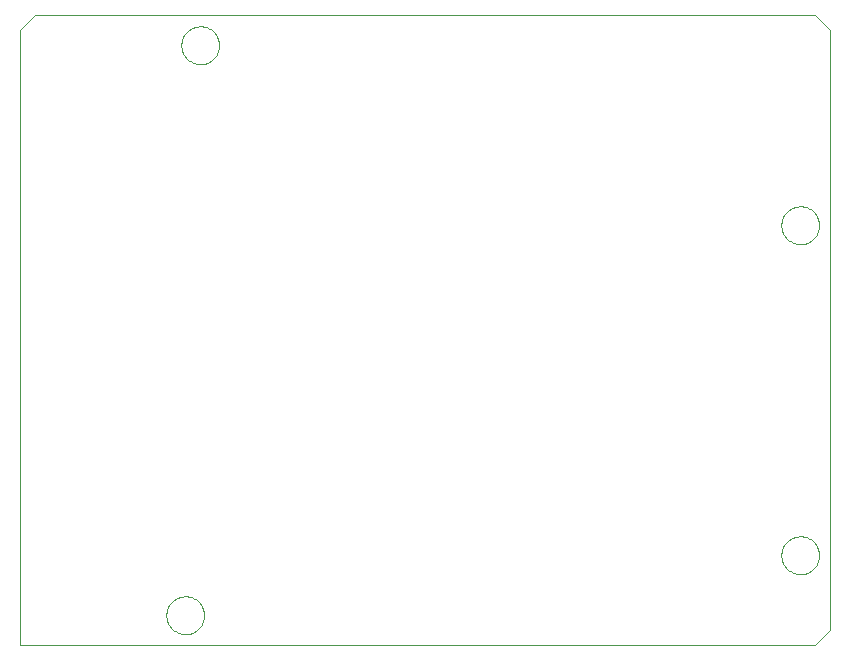
<source format=gko>
G75*
%MOIN*%
%OFA0B0*%
%FSLAX24Y24*%
%IPPOS*%
%LPD*%
%AMOC8*
5,1,8,0,0,1.08239X$1,22.5*
%
%ADD10C,0.0000*%
D10*
X000500Y002300D02*
X000500Y022800D01*
X001000Y023300D01*
X027000Y023300D01*
X027500Y022800D01*
X027500Y002800D01*
X027000Y002300D01*
X000500Y002300D01*
X005370Y003300D02*
X005372Y003350D01*
X005378Y003400D01*
X005388Y003449D01*
X005402Y003497D01*
X005419Y003544D01*
X005440Y003589D01*
X005465Y003633D01*
X005493Y003674D01*
X005525Y003713D01*
X005559Y003750D01*
X005596Y003784D01*
X005636Y003814D01*
X005678Y003841D01*
X005722Y003865D01*
X005768Y003886D01*
X005815Y003902D01*
X005863Y003915D01*
X005913Y003924D01*
X005962Y003929D01*
X006013Y003930D01*
X006063Y003927D01*
X006112Y003920D01*
X006161Y003909D01*
X006209Y003894D01*
X006255Y003876D01*
X006300Y003854D01*
X006343Y003828D01*
X006384Y003799D01*
X006423Y003767D01*
X006459Y003732D01*
X006491Y003694D01*
X006521Y003654D01*
X006548Y003611D01*
X006571Y003567D01*
X006590Y003521D01*
X006606Y003473D01*
X006618Y003424D01*
X006626Y003375D01*
X006630Y003325D01*
X006630Y003275D01*
X006626Y003225D01*
X006618Y003176D01*
X006606Y003127D01*
X006590Y003079D01*
X006571Y003033D01*
X006548Y002989D01*
X006521Y002946D01*
X006491Y002906D01*
X006459Y002868D01*
X006423Y002833D01*
X006384Y002801D01*
X006343Y002772D01*
X006300Y002746D01*
X006255Y002724D01*
X006209Y002706D01*
X006161Y002691D01*
X006112Y002680D01*
X006063Y002673D01*
X006013Y002670D01*
X005962Y002671D01*
X005913Y002676D01*
X005863Y002685D01*
X005815Y002698D01*
X005768Y002714D01*
X005722Y002735D01*
X005678Y002759D01*
X005636Y002786D01*
X005596Y002816D01*
X005559Y002850D01*
X005525Y002887D01*
X005493Y002926D01*
X005465Y002967D01*
X005440Y003011D01*
X005419Y003056D01*
X005402Y003103D01*
X005388Y003151D01*
X005378Y003200D01*
X005372Y003250D01*
X005370Y003300D01*
X025870Y005300D02*
X025872Y005350D01*
X025878Y005400D01*
X025888Y005449D01*
X025902Y005497D01*
X025919Y005544D01*
X025940Y005589D01*
X025965Y005633D01*
X025993Y005674D01*
X026025Y005713D01*
X026059Y005750D01*
X026096Y005784D01*
X026136Y005814D01*
X026178Y005841D01*
X026222Y005865D01*
X026268Y005886D01*
X026315Y005902D01*
X026363Y005915D01*
X026413Y005924D01*
X026462Y005929D01*
X026513Y005930D01*
X026563Y005927D01*
X026612Y005920D01*
X026661Y005909D01*
X026709Y005894D01*
X026755Y005876D01*
X026800Y005854D01*
X026843Y005828D01*
X026884Y005799D01*
X026923Y005767D01*
X026959Y005732D01*
X026991Y005694D01*
X027021Y005654D01*
X027048Y005611D01*
X027071Y005567D01*
X027090Y005521D01*
X027106Y005473D01*
X027118Y005424D01*
X027126Y005375D01*
X027130Y005325D01*
X027130Y005275D01*
X027126Y005225D01*
X027118Y005176D01*
X027106Y005127D01*
X027090Y005079D01*
X027071Y005033D01*
X027048Y004989D01*
X027021Y004946D01*
X026991Y004906D01*
X026959Y004868D01*
X026923Y004833D01*
X026884Y004801D01*
X026843Y004772D01*
X026800Y004746D01*
X026755Y004724D01*
X026709Y004706D01*
X026661Y004691D01*
X026612Y004680D01*
X026563Y004673D01*
X026513Y004670D01*
X026462Y004671D01*
X026413Y004676D01*
X026363Y004685D01*
X026315Y004698D01*
X026268Y004714D01*
X026222Y004735D01*
X026178Y004759D01*
X026136Y004786D01*
X026096Y004816D01*
X026059Y004850D01*
X026025Y004887D01*
X025993Y004926D01*
X025965Y004967D01*
X025940Y005011D01*
X025919Y005056D01*
X025902Y005103D01*
X025888Y005151D01*
X025878Y005200D01*
X025872Y005250D01*
X025870Y005300D01*
X025870Y016300D02*
X025872Y016350D01*
X025878Y016400D01*
X025888Y016449D01*
X025902Y016497D01*
X025919Y016544D01*
X025940Y016589D01*
X025965Y016633D01*
X025993Y016674D01*
X026025Y016713D01*
X026059Y016750D01*
X026096Y016784D01*
X026136Y016814D01*
X026178Y016841D01*
X026222Y016865D01*
X026268Y016886D01*
X026315Y016902D01*
X026363Y016915D01*
X026413Y016924D01*
X026462Y016929D01*
X026513Y016930D01*
X026563Y016927D01*
X026612Y016920D01*
X026661Y016909D01*
X026709Y016894D01*
X026755Y016876D01*
X026800Y016854D01*
X026843Y016828D01*
X026884Y016799D01*
X026923Y016767D01*
X026959Y016732D01*
X026991Y016694D01*
X027021Y016654D01*
X027048Y016611D01*
X027071Y016567D01*
X027090Y016521D01*
X027106Y016473D01*
X027118Y016424D01*
X027126Y016375D01*
X027130Y016325D01*
X027130Y016275D01*
X027126Y016225D01*
X027118Y016176D01*
X027106Y016127D01*
X027090Y016079D01*
X027071Y016033D01*
X027048Y015989D01*
X027021Y015946D01*
X026991Y015906D01*
X026959Y015868D01*
X026923Y015833D01*
X026884Y015801D01*
X026843Y015772D01*
X026800Y015746D01*
X026755Y015724D01*
X026709Y015706D01*
X026661Y015691D01*
X026612Y015680D01*
X026563Y015673D01*
X026513Y015670D01*
X026462Y015671D01*
X026413Y015676D01*
X026363Y015685D01*
X026315Y015698D01*
X026268Y015714D01*
X026222Y015735D01*
X026178Y015759D01*
X026136Y015786D01*
X026096Y015816D01*
X026059Y015850D01*
X026025Y015887D01*
X025993Y015926D01*
X025965Y015967D01*
X025940Y016011D01*
X025919Y016056D01*
X025902Y016103D01*
X025888Y016151D01*
X025878Y016200D01*
X025872Y016250D01*
X025870Y016300D01*
X005870Y022300D02*
X005872Y022350D01*
X005878Y022400D01*
X005888Y022449D01*
X005902Y022497D01*
X005919Y022544D01*
X005940Y022589D01*
X005965Y022633D01*
X005993Y022674D01*
X006025Y022713D01*
X006059Y022750D01*
X006096Y022784D01*
X006136Y022814D01*
X006178Y022841D01*
X006222Y022865D01*
X006268Y022886D01*
X006315Y022902D01*
X006363Y022915D01*
X006413Y022924D01*
X006462Y022929D01*
X006513Y022930D01*
X006563Y022927D01*
X006612Y022920D01*
X006661Y022909D01*
X006709Y022894D01*
X006755Y022876D01*
X006800Y022854D01*
X006843Y022828D01*
X006884Y022799D01*
X006923Y022767D01*
X006959Y022732D01*
X006991Y022694D01*
X007021Y022654D01*
X007048Y022611D01*
X007071Y022567D01*
X007090Y022521D01*
X007106Y022473D01*
X007118Y022424D01*
X007126Y022375D01*
X007130Y022325D01*
X007130Y022275D01*
X007126Y022225D01*
X007118Y022176D01*
X007106Y022127D01*
X007090Y022079D01*
X007071Y022033D01*
X007048Y021989D01*
X007021Y021946D01*
X006991Y021906D01*
X006959Y021868D01*
X006923Y021833D01*
X006884Y021801D01*
X006843Y021772D01*
X006800Y021746D01*
X006755Y021724D01*
X006709Y021706D01*
X006661Y021691D01*
X006612Y021680D01*
X006563Y021673D01*
X006513Y021670D01*
X006462Y021671D01*
X006413Y021676D01*
X006363Y021685D01*
X006315Y021698D01*
X006268Y021714D01*
X006222Y021735D01*
X006178Y021759D01*
X006136Y021786D01*
X006096Y021816D01*
X006059Y021850D01*
X006025Y021887D01*
X005993Y021926D01*
X005965Y021967D01*
X005940Y022011D01*
X005919Y022056D01*
X005902Y022103D01*
X005888Y022151D01*
X005878Y022200D01*
X005872Y022250D01*
X005870Y022300D01*
M02*

</source>
